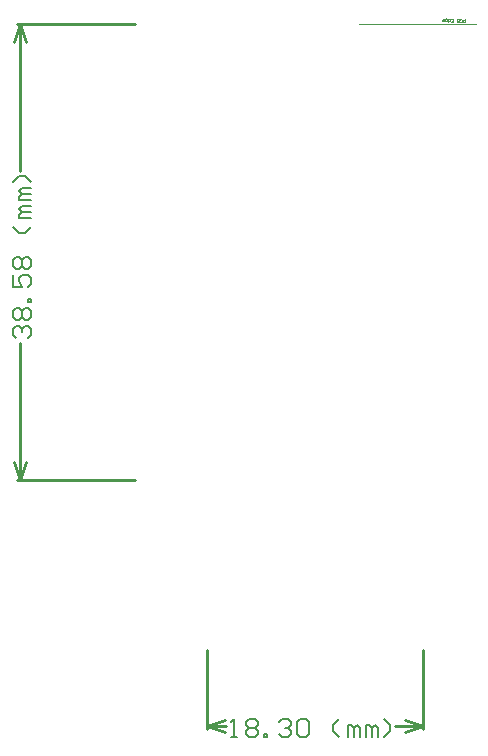
<source format=gm1>
%FSLAX23Y23*%
%MOIN*%
G70*
G01*
G75*
%ADD10C,0.008*%
%ADD11R,0.043X0.039*%
%ADD12R,0.039X0.043*%
%ADD13R,0.039X0.043*%
%ADD14R,0.063X0.071*%
%ADD15R,0.063X0.071*%
%ADD16R,0.016X0.085*%
%ADD17R,0.051X0.059*%
%ADD18R,0.051X0.059*%
%ADD19R,0.057X0.022*%
%ADD20R,0.057X0.022*%
%ADD21R,0.020X0.091*%
%ADD22R,0.012X0.063*%
%ADD23R,0.063X0.012*%
%ADD24R,0.059X0.051*%
%ADD25R,0.016X0.085*%
%ADD26R,0.043X0.142*%
%ADD27R,0.043X0.177*%
%ADD28R,0.043X0.157*%
%ADD29R,0.043X0.118*%
%ADD30R,0.012X0.063*%
%ADD31R,0.063X0.012*%
%ADD32R,0.043X0.039*%
%ADD33R,0.079X0.098*%
%ADD34R,0.020X0.091*%
%ADD35C,0.014*%
%ADD36C,0.010*%
%ADD37C,0.020*%
%ADD38C,0.012*%
%ADD39C,0.020*%
%ADD40C,0.011*%
%ADD41C,0.100*%
%ADD42C,0.024*%
%ADD43C,0.020*%
%ADD44C,0.059*%
%ADD45C,0.010*%
%ADD46C,0.008*%
%ADD47C,0.007*%
%ADD48R,0.051X0.047*%
%ADD49R,0.047X0.051*%
%ADD50R,0.047X0.051*%
%ADD51R,0.071X0.079*%
%ADD52R,0.071X0.079*%
%ADD53R,0.024X0.093*%
%ADD54R,0.059X0.067*%
%ADD55R,0.059X0.067*%
%ADD56R,0.065X0.030*%
%ADD57R,0.065X0.030*%
%ADD58R,0.028X0.099*%
%ADD59R,0.020X0.071*%
%ADD60R,0.071X0.020*%
%ADD61R,0.067X0.059*%
%ADD62R,0.024X0.093*%
%ADD63R,0.051X0.150*%
%ADD64R,0.051X0.185*%
%ADD65R,0.051X0.165*%
%ADD66R,0.051X0.126*%
%ADD67R,0.020X0.071*%
%ADD68R,0.071X0.020*%
%ADD69R,0.051X0.047*%
%ADD70R,0.087X0.106*%
%ADD71R,0.028X0.099*%
%ADD72C,0.108*%
%ADD73C,0.032*%
%ADD74C,0.028*%
%ADD75C,0.067*%
%ADD76C,0.004*%
%ADD77C,0.006*%
%ADD78C,0.001*%
D36*
X1590Y5070D02*
X1985D01*
X1590Y3551D02*
X1985D01*
X1600Y4581D02*
Y5070D01*
Y3551D02*
Y4009D01*
X1580Y5010D02*
X1600Y5070D01*
X1620Y5010D01*
X1600Y3551D02*
X1620Y3611D01*
X1580D02*
X1600Y3551D01*
X2945Y2720D02*
Y2985D01*
X2224Y2720D02*
Y2985D01*
X2850Y2730D02*
X2945D01*
X2224D02*
X2288D01*
X2885Y2750D02*
X2945Y2730D01*
X2885Y2710D02*
X2945Y2730D01*
X2224D02*
X2284Y2710D01*
X2224Y2730D02*
X2284Y2750D01*
D76*
X2730Y5070D02*
X3120D01*
D77*
X1586Y4025D02*
X1576Y4035D01*
Y4055D01*
X1586Y4065D01*
X1596D01*
X1606Y4055D01*
Y4045D01*
Y4055D01*
X1616Y4065D01*
X1626D01*
X1636Y4055D01*
Y4035D01*
X1626Y4025D01*
X1586Y4085D02*
X1576Y4095D01*
Y4115D01*
X1586Y4125D01*
X1596D01*
X1606Y4115D01*
X1616Y4125D01*
X1626D01*
X1636Y4115D01*
Y4095D01*
X1626Y4085D01*
X1616D01*
X1606Y4095D01*
X1596Y4085D01*
X1586D01*
X1606Y4095D02*
Y4115D01*
X1636Y4145D02*
X1626D01*
Y4155D01*
X1636D01*
Y4145D01*
X1576Y4235D02*
Y4195D01*
X1606D01*
X1596Y4215D01*
Y4225D01*
X1606Y4235D01*
X1626D01*
X1636Y4225D01*
Y4205D01*
X1626Y4195D01*
X1586Y4255D02*
X1576Y4265D01*
Y4285D01*
X1586Y4295D01*
X1596D01*
X1606Y4285D01*
X1616Y4295D01*
X1626D01*
X1636Y4285D01*
Y4265D01*
X1626Y4255D01*
X1616D01*
X1606Y4265D01*
X1596Y4255D01*
X1586D01*
X1606Y4265D02*
Y4285D01*
X1636Y4395D02*
X1616Y4375D01*
X1596D01*
X1576Y4395D01*
X1636Y4425D02*
X1596D01*
Y4435D01*
X1606Y4445D01*
X1636D01*
X1606D01*
X1596Y4455D01*
X1606Y4465D01*
X1636D01*
Y4485D02*
X1596D01*
Y4495D01*
X1606Y4505D01*
X1636D01*
X1606D01*
X1596Y4515D01*
X1606Y4525D01*
X1636D01*
Y4545D02*
X1616Y4565D01*
X1596D01*
X1576Y4545D01*
X2304Y2694D02*
X2324D01*
X2314D01*
Y2754D01*
X2304Y2744D01*
X2354D02*
X2364Y2754D01*
X2384D01*
X2394Y2744D01*
Y2734D01*
X2384Y2724D01*
X2394Y2714D01*
Y2704D01*
X2384Y2694D01*
X2364D01*
X2354Y2704D01*
Y2714D01*
X2364Y2724D01*
X2354Y2734D01*
Y2744D01*
X2364Y2724D02*
X2384D01*
X2414Y2694D02*
Y2704D01*
X2424D01*
Y2694D01*
X2414D01*
X2464Y2744D02*
X2474Y2754D01*
X2494D01*
X2504Y2744D01*
Y2734D01*
X2494Y2724D01*
X2484D01*
X2494D01*
X2504Y2714D01*
Y2704D01*
X2494Y2694D01*
X2474D01*
X2464Y2704D01*
X2524Y2744D02*
X2534Y2754D01*
X2554D01*
X2564Y2744D01*
Y2704D01*
X2554Y2694D01*
X2534D01*
X2524Y2704D01*
Y2744D01*
X2664Y2694D02*
X2644Y2714D01*
Y2734D01*
X2664Y2754D01*
X2694Y2694D02*
Y2734D01*
X2704D01*
X2714Y2724D01*
Y2694D01*
Y2724D01*
X2724Y2734D01*
X2734Y2724D01*
Y2694D01*
X2754D02*
Y2734D01*
X2764D01*
X2774Y2724D01*
Y2694D01*
Y2724D01*
X2784Y2734D01*
X2794Y2724D01*
Y2694D01*
X2814D02*
X2834Y2714D01*
Y2734D01*
X2814Y2754D01*
D78*
X3084Y5087D02*
Y5077D01*
X3079D01*
X3077Y5079D01*
Y5082D01*
X3079Y5084D01*
X3084D01*
X3068Y5079D02*
X3069Y5077D01*
X3072D01*
X3074Y5079D01*
Y5085D01*
X3072Y5087D01*
X3069D01*
X3068Y5085D01*
X3064Y5077D02*
Y5087D01*
X3059D01*
X3058Y5085D01*
Y5084D01*
X3059Y5082D01*
X3064D01*
X3059D01*
X3058Y5080D01*
Y5079D01*
X3059Y5077D01*
X3064D01*
X3038D02*
X3045D01*
Y5087D01*
X3038D01*
X3045Y5082D02*
X3041D01*
X3028Y5077D02*
Y5087D01*
X3033D01*
X3035Y5085D01*
Y5082D01*
X3033Y5080D01*
X3028D01*
X3022Y5090D02*
X3020D01*
X3018Y5089D01*
Y5080D01*
X3023D01*
X3025Y5082D01*
Y5085D01*
X3023Y5087D01*
X3018D01*
X3010D02*
X3013D01*
X3015Y5085D01*
Y5082D01*
X3013Y5080D01*
X3010D01*
X3008Y5082D01*
Y5084D01*
X3015D01*
M02*

</source>
